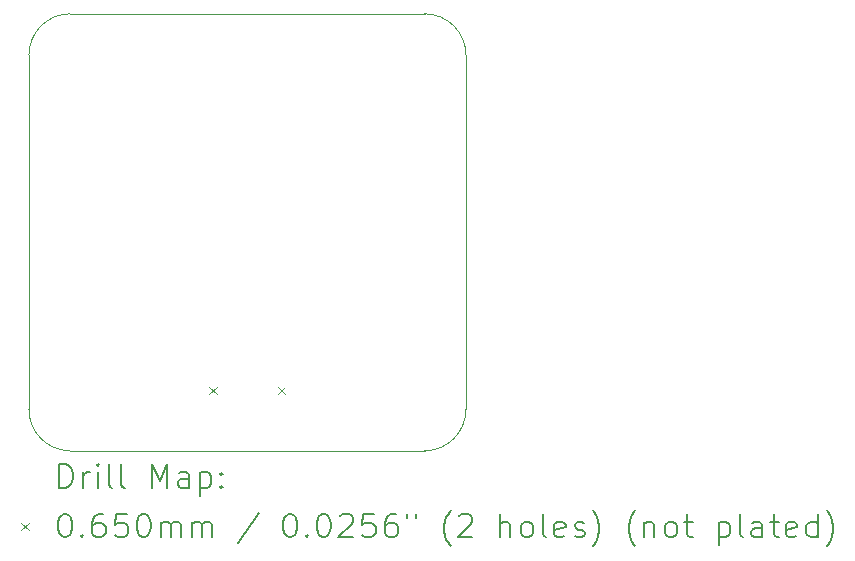
<source format=gbr>
%TF.GenerationSoftware,KiCad,Pcbnew,9.0.1*%
%TF.CreationDate,2025-04-30T23:29:38-04:00*%
%TF.ProjectId,Control Board V2,436f6e74-726f-46c2-9042-6f6172642056,rev?*%
%TF.SameCoordinates,Original*%
%TF.FileFunction,Drillmap*%
%TF.FilePolarity,Positive*%
%FSLAX45Y45*%
G04 Gerber Fmt 4.5, Leading zero omitted, Abs format (unit mm)*
G04 Created by KiCad (PCBNEW 9.0.1) date 2025-04-30 23:29:38*
%MOMM*%
%LPD*%
G01*
G04 APERTURE LIST*
%ADD10C,0.050000*%
%ADD11C,0.200000*%
%ADD12C,0.100000*%
G04 APERTURE END LIST*
D10*
X6000000Y-13050000D02*
X9000000Y-13050000D01*
X5650000Y-9700000D02*
G75*
G02*
X6000000Y-9350000I350000J0D01*
G01*
X9000000Y-9350000D02*
G75*
G02*
X9350000Y-9700000I0J-350000D01*
G01*
X6000000Y-9350000D02*
X9000000Y-9350000D01*
X9350000Y-12700000D02*
X9350000Y-9700000D01*
X9350000Y-12700000D02*
G75*
G02*
X9000000Y-13050000I-350000J0D01*
G01*
X5650000Y-9700000D02*
X5650000Y-12700000D01*
X6000000Y-13050000D02*
G75*
G02*
X5650000Y-12700000I0J350000D01*
G01*
D11*
D12*
X7178500Y-12507000D02*
X7243500Y-12572000D01*
X7243500Y-12507000D02*
X7178500Y-12572000D01*
X7756500Y-12507000D02*
X7821500Y-12572000D01*
X7821500Y-12507000D02*
X7756500Y-12572000D01*
D11*
X5908277Y-13363984D02*
X5908277Y-13163984D01*
X5908277Y-13163984D02*
X5955896Y-13163984D01*
X5955896Y-13163984D02*
X5984467Y-13173508D01*
X5984467Y-13173508D02*
X6003515Y-13192555D01*
X6003515Y-13192555D02*
X6013039Y-13211603D01*
X6013039Y-13211603D02*
X6022562Y-13249698D01*
X6022562Y-13249698D02*
X6022562Y-13278269D01*
X6022562Y-13278269D02*
X6013039Y-13316365D01*
X6013039Y-13316365D02*
X6003515Y-13335412D01*
X6003515Y-13335412D02*
X5984467Y-13354460D01*
X5984467Y-13354460D02*
X5955896Y-13363984D01*
X5955896Y-13363984D02*
X5908277Y-13363984D01*
X6108277Y-13363984D02*
X6108277Y-13230650D01*
X6108277Y-13268746D02*
X6117801Y-13249698D01*
X6117801Y-13249698D02*
X6127324Y-13240174D01*
X6127324Y-13240174D02*
X6146372Y-13230650D01*
X6146372Y-13230650D02*
X6165420Y-13230650D01*
X6232086Y-13363984D02*
X6232086Y-13230650D01*
X6232086Y-13163984D02*
X6222562Y-13173508D01*
X6222562Y-13173508D02*
X6232086Y-13183031D01*
X6232086Y-13183031D02*
X6241610Y-13173508D01*
X6241610Y-13173508D02*
X6232086Y-13163984D01*
X6232086Y-13163984D02*
X6232086Y-13183031D01*
X6355896Y-13363984D02*
X6336848Y-13354460D01*
X6336848Y-13354460D02*
X6327324Y-13335412D01*
X6327324Y-13335412D02*
X6327324Y-13163984D01*
X6460658Y-13363984D02*
X6441610Y-13354460D01*
X6441610Y-13354460D02*
X6432086Y-13335412D01*
X6432086Y-13335412D02*
X6432086Y-13163984D01*
X6689229Y-13363984D02*
X6689229Y-13163984D01*
X6689229Y-13163984D02*
X6755896Y-13306841D01*
X6755896Y-13306841D02*
X6822562Y-13163984D01*
X6822562Y-13163984D02*
X6822562Y-13363984D01*
X7003515Y-13363984D02*
X7003515Y-13259222D01*
X7003515Y-13259222D02*
X6993991Y-13240174D01*
X6993991Y-13240174D02*
X6974943Y-13230650D01*
X6974943Y-13230650D02*
X6936848Y-13230650D01*
X6936848Y-13230650D02*
X6917801Y-13240174D01*
X7003515Y-13354460D02*
X6984467Y-13363984D01*
X6984467Y-13363984D02*
X6936848Y-13363984D01*
X6936848Y-13363984D02*
X6917801Y-13354460D01*
X6917801Y-13354460D02*
X6908277Y-13335412D01*
X6908277Y-13335412D02*
X6908277Y-13316365D01*
X6908277Y-13316365D02*
X6917801Y-13297317D01*
X6917801Y-13297317D02*
X6936848Y-13287793D01*
X6936848Y-13287793D02*
X6984467Y-13287793D01*
X6984467Y-13287793D02*
X7003515Y-13278269D01*
X7098753Y-13230650D02*
X7098753Y-13430650D01*
X7098753Y-13240174D02*
X7117801Y-13230650D01*
X7117801Y-13230650D02*
X7155896Y-13230650D01*
X7155896Y-13230650D02*
X7174943Y-13240174D01*
X7174943Y-13240174D02*
X7184467Y-13249698D01*
X7184467Y-13249698D02*
X7193991Y-13268746D01*
X7193991Y-13268746D02*
X7193991Y-13325888D01*
X7193991Y-13325888D02*
X7184467Y-13344936D01*
X7184467Y-13344936D02*
X7174943Y-13354460D01*
X7174943Y-13354460D02*
X7155896Y-13363984D01*
X7155896Y-13363984D02*
X7117801Y-13363984D01*
X7117801Y-13363984D02*
X7098753Y-13354460D01*
X7279705Y-13344936D02*
X7289229Y-13354460D01*
X7289229Y-13354460D02*
X7279705Y-13363984D01*
X7279705Y-13363984D02*
X7270182Y-13354460D01*
X7270182Y-13354460D02*
X7279705Y-13344936D01*
X7279705Y-13344936D02*
X7279705Y-13363984D01*
X7279705Y-13240174D02*
X7289229Y-13249698D01*
X7289229Y-13249698D02*
X7279705Y-13259222D01*
X7279705Y-13259222D02*
X7270182Y-13249698D01*
X7270182Y-13249698D02*
X7279705Y-13240174D01*
X7279705Y-13240174D02*
X7279705Y-13259222D01*
D12*
X5582500Y-13660000D02*
X5647500Y-13725000D01*
X5647500Y-13660000D02*
X5582500Y-13725000D01*
D11*
X5946372Y-13583984D02*
X5965420Y-13583984D01*
X5965420Y-13583984D02*
X5984467Y-13593508D01*
X5984467Y-13593508D02*
X5993991Y-13603031D01*
X5993991Y-13603031D02*
X6003515Y-13622079D01*
X6003515Y-13622079D02*
X6013039Y-13660174D01*
X6013039Y-13660174D02*
X6013039Y-13707793D01*
X6013039Y-13707793D02*
X6003515Y-13745888D01*
X6003515Y-13745888D02*
X5993991Y-13764936D01*
X5993991Y-13764936D02*
X5984467Y-13774460D01*
X5984467Y-13774460D02*
X5965420Y-13783984D01*
X5965420Y-13783984D02*
X5946372Y-13783984D01*
X5946372Y-13783984D02*
X5927324Y-13774460D01*
X5927324Y-13774460D02*
X5917801Y-13764936D01*
X5917801Y-13764936D02*
X5908277Y-13745888D01*
X5908277Y-13745888D02*
X5898753Y-13707793D01*
X5898753Y-13707793D02*
X5898753Y-13660174D01*
X5898753Y-13660174D02*
X5908277Y-13622079D01*
X5908277Y-13622079D02*
X5917801Y-13603031D01*
X5917801Y-13603031D02*
X5927324Y-13593508D01*
X5927324Y-13593508D02*
X5946372Y-13583984D01*
X6098753Y-13764936D02*
X6108277Y-13774460D01*
X6108277Y-13774460D02*
X6098753Y-13783984D01*
X6098753Y-13783984D02*
X6089229Y-13774460D01*
X6089229Y-13774460D02*
X6098753Y-13764936D01*
X6098753Y-13764936D02*
X6098753Y-13783984D01*
X6279705Y-13583984D02*
X6241610Y-13583984D01*
X6241610Y-13583984D02*
X6222562Y-13593508D01*
X6222562Y-13593508D02*
X6213039Y-13603031D01*
X6213039Y-13603031D02*
X6193991Y-13631603D01*
X6193991Y-13631603D02*
X6184467Y-13669698D01*
X6184467Y-13669698D02*
X6184467Y-13745888D01*
X6184467Y-13745888D02*
X6193991Y-13764936D01*
X6193991Y-13764936D02*
X6203515Y-13774460D01*
X6203515Y-13774460D02*
X6222562Y-13783984D01*
X6222562Y-13783984D02*
X6260658Y-13783984D01*
X6260658Y-13783984D02*
X6279705Y-13774460D01*
X6279705Y-13774460D02*
X6289229Y-13764936D01*
X6289229Y-13764936D02*
X6298753Y-13745888D01*
X6298753Y-13745888D02*
X6298753Y-13698269D01*
X6298753Y-13698269D02*
X6289229Y-13679222D01*
X6289229Y-13679222D02*
X6279705Y-13669698D01*
X6279705Y-13669698D02*
X6260658Y-13660174D01*
X6260658Y-13660174D02*
X6222562Y-13660174D01*
X6222562Y-13660174D02*
X6203515Y-13669698D01*
X6203515Y-13669698D02*
X6193991Y-13679222D01*
X6193991Y-13679222D02*
X6184467Y-13698269D01*
X6479705Y-13583984D02*
X6384467Y-13583984D01*
X6384467Y-13583984D02*
X6374943Y-13679222D01*
X6374943Y-13679222D02*
X6384467Y-13669698D01*
X6384467Y-13669698D02*
X6403515Y-13660174D01*
X6403515Y-13660174D02*
X6451134Y-13660174D01*
X6451134Y-13660174D02*
X6470182Y-13669698D01*
X6470182Y-13669698D02*
X6479705Y-13679222D01*
X6479705Y-13679222D02*
X6489229Y-13698269D01*
X6489229Y-13698269D02*
X6489229Y-13745888D01*
X6489229Y-13745888D02*
X6479705Y-13764936D01*
X6479705Y-13764936D02*
X6470182Y-13774460D01*
X6470182Y-13774460D02*
X6451134Y-13783984D01*
X6451134Y-13783984D02*
X6403515Y-13783984D01*
X6403515Y-13783984D02*
X6384467Y-13774460D01*
X6384467Y-13774460D02*
X6374943Y-13764936D01*
X6613039Y-13583984D02*
X6632086Y-13583984D01*
X6632086Y-13583984D02*
X6651134Y-13593508D01*
X6651134Y-13593508D02*
X6660658Y-13603031D01*
X6660658Y-13603031D02*
X6670182Y-13622079D01*
X6670182Y-13622079D02*
X6679705Y-13660174D01*
X6679705Y-13660174D02*
X6679705Y-13707793D01*
X6679705Y-13707793D02*
X6670182Y-13745888D01*
X6670182Y-13745888D02*
X6660658Y-13764936D01*
X6660658Y-13764936D02*
X6651134Y-13774460D01*
X6651134Y-13774460D02*
X6632086Y-13783984D01*
X6632086Y-13783984D02*
X6613039Y-13783984D01*
X6613039Y-13783984D02*
X6593991Y-13774460D01*
X6593991Y-13774460D02*
X6584467Y-13764936D01*
X6584467Y-13764936D02*
X6574943Y-13745888D01*
X6574943Y-13745888D02*
X6565420Y-13707793D01*
X6565420Y-13707793D02*
X6565420Y-13660174D01*
X6565420Y-13660174D02*
X6574943Y-13622079D01*
X6574943Y-13622079D02*
X6584467Y-13603031D01*
X6584467Y-13603031D02*
X6593991Y-13593508D01*
X6593991Y-13593508D02*
X6613039Y-13583984D01*
X6765420Y-13783984D02*
X6765420Y-13650650D01*
X6765420Y-13669698D02*
X6774943Y-13660174D01*
X6774943Y-13660174D02*
X6793991Y-13650650D01*
X6793991Y-13650650D02*
X6822563Y-13650650D01*
X6822563Y-13650650D02*
X6841610Y-13660174D01*
X6841610Y-13660174D02*
X6851134Y-13679222D01*
X6851134Y-13679222D02*
X6851134Y-13783984D01*
X6851134Y-13679222D02*
X6860658Y-13660174D01*
X6860658Y-13660174D02*
X6879705Y-13650650D01*
X6879705Y-13650650D02*
X6908277Y-13650650D01*
X6908277Y-13650650D02*
X6927324Y-13660174D01*
X6927324Y-13660174D02*
X6936848Y-13679222D01*
X6936848Y-13679222D02*
X6936848Y-13783984D01*
X7032086Y-13783984D02*
X7032086Y-13650650D01*
X7032086Y-13669698D02*
X7041610Y-13660174D01*
X7041610Y-13660174D02*
X7060658Y-13650650D01*
X7060658Y-13650650D02*
X7089229Y-13650650D01*
X7089229Y-13650650D02*
X7108277Y-13660174D01*
X7108277Y-13660174D02*
X7117801Y-13679222D01*
X7117801Y-13679222D02*
X7117801Y-13783984D01*
X7117801Y-13679222D02*
X7127324Y-13660174D01*
X7127324Y-13660174D02*
X7146372Y-13650650D01*
X7146372Y-13650650D02*
X7174943Y-13650650D01*
X7174943Y-13650650D02*
X7193991Y-13660174D01*
X7193991Y-13660174D02*
X7203515Y-13679222D01*
X7203515Y-13679222D02*
X7203515Y-13783984D01*
X7593991Y-13574460D02*
X7422563Y-13831603D01*
X7851134Y-13583984D02*
X7870182Y-13583984D01*
X7870182Y-13583984D02*
X7889229Y-13593508D01*
X7889229Y-13593508D02*
X7898753Y-13603031D01*
X7898753Y-13603031D02*
X7908277Y-13622079D01*
X7908277Y-13622079D02*
X7917801Y-13660174D01*
X7917801Y-13660174D02*
X7917801Y-13707793D01*
X7917801Y-13707793D02*
X7908277Y-13745888D01*
X7908277Y-13745888D02*
X7898753Y-13764936D01*
X7898753Y-13764936D02*
X7889229Y-13774460D01*
X7889229Y-13774460D02*
X7870182Y-13783984D01*
X7870182Y-13783984D02*
X7851134Y-13783984D01*
X7851134Y-13783984D02*
X7832086Y-13774460D01*
X7832086Y-13774460D02*
X7822563Y-13764936D01*
X7822563Y-13764936D02*
X7813039Y-13745888D01*
X7813039Y-13745888D02*
X7803515Y-13707793D01*
X7803515Y-13707793D02*
X7803515Y-13660174D01*
X7803515Y-13660174D02*
X7813039Y-13622079D01*
X7813039Y-13622079D02*
X7822563Y-13603031D01*
X7822563Y-13603031D02*
X7832086Y-13593508D01*
X7832086Y-13593508D02*
X7851134Y-13583984D01*
X8003515Y-13764936D02*
X8013039Y-13774460D01*
X8013039Y-13774460D02*
X8003515Y-13783984D01*
X8003515Y-13783984D02*
X7993991Y-13774460D01*
X7993991Y-13774460D02*
X8003515Y-13764936D01*
X8003515Y-13764936D02*
X8003515Y-13783984D01*
X8136848Y-13583984D02*
X8155896Y-13583984D01*
X8155896Y-13583984D02*
X8174944Y-13593508D01*
X8174944Y-13593508D02*
X8184467Y-13603031D01*
X8184467Y-13603031D02*
X8193991Y-13622079D01*
X8193991Y-13622079D02*
X8203515Y-13660174D01*
X8203515Y-13660174D02*
X8203515Y-13707793D01*
X8203515Y-13707793D02*
X8193991Y-13745888D01*
X8193991Y-13745888D02*
X8184467Y-13764936D01*
X8184467Y-13764936D02*
X8174944Y-13774460D01*
X8174944Y-13774460D02*
X8155896Y-13783984D01*
X8155896Y-13783984D02*
X8136848Y-13783984D01*
X8136848Y-13783984D02*
X8117801Y-13774460D01*
X8117801Y-13774460D02*
X8108277Y-13764936D01*
X8108277Y-13764936D02*
X8098753Y-13745888D01*
X8098753Y-13745888D02*
X8089229Y-13707793D01*
X8089229Y-13707793D02*
X8089229Y-13660174D01*
X8089229Y-13660174D02*
X8098753Y-13622079D01*
X8098753Y-13622079D02*
X8108277Y-13603031D01*
X8108277Y-13603031D02*
X8117801Y-13593508D01*
X8117801Y-13593508D02*
X8136848Y-13583984D01*
X8279706Y-13603031D02*
X8289229Y-13593508D01*
X8289229Y-13593508D02*
X8308277Y-13583984D01*
X8308277Y-13583984D02*
X8355896Y-13583984D01*
X8355896Y-13583984D02*
X8374944Y-13593508D01*
X8374944Y-13593508D02*
X8384467Y-13603031D01*
X8384467Y-13603031D02*
X8393991Y-13622079D01*
X8393991Y-13622079D02*
X8393991Y-13641127D01*
X8393991Y-13641127D02*
X8384467Y-13669698D01*
X8384467Y-13669698D02*
X8270182Y-13783984D01*
X8270182Y-13783984D02*
X8393991Y-13783984D01*
X8574944Y-13583984D02*
X8479706Y-13583984D01*
X8479706Y-13583984D02*
X8470182Y-13679222D01*
X8470182Y-13679222D02*
X8479706Y-13669698D01*
X8479706Y-13669698D02*
X8498753Y-13660174D01*
X8498753Y-13660174D02*
X8546372Y-13660174D01*
X8546372Y-13660174D02*
X8565420Y-13669698D01*
X8565420Y-13669698D02*
X8574944Y-13679222D01*
X8574944Y-13679222D02*
X8584468Y-13698269D01*
X8584468Y-13698269D02*
X8584468Y-13745888D01*
X8584468Y-13745888D02*
X8574944Y-13764936D01*
X8574944Y-13764936D02*
X8565420Y-13774460D01*
X8565420Y-13774460D02*
X8546372Y-13783984D01*
X8546372Y-13783984D02*
X8498753Y-13783984D01*
X8498753Y-13783984D02*
X8479706Y-13774460D01*
X8479706Y-13774460D02*
X8470182Y-13764936D01*
X8755896Y-13583984D02*
X8717801Y-13583984D01*
X8717801Y-13583984D02*
X8698753Y-13593508D01*
X8698753Y-13593508D02*
X8689229Y-13603031D01*
X8689229Y-13603031D02*
X8670182Y-13631603D01*
X8670182Y-13631603D02*
X8660658Y-13669698D01*
X8660658Y-13669698D02*
X8660658Y-13745888D01*
X8660658Y-13745888D02*
X8670182Y-13764936D01*
X8670182Y-13764936D02*
X8679706Y-13774460D01*
X8679706Y-13774460D02*
X8698753Y-13783984D01*
X8698753Y-13783984D02*
X8736849Y-13783984D01*
X8736849Y-13783984D02*
X8755896Y-13774460D01*
X8755896Y-13774460D02*
X8765420Y-13764936D01*
X8765420Y-13764936D02*
X8774944Y-13745888D01*
X8774944Y-13745888D02*
X8774944Y-13698269D01*
X8774944Y-13698269D02*
X8765420Y-13679222D01*
X8765420Y-13679222D02*
X8755896Y-13669698D01*
X8755896Y-13669698D02*
X8736849Y-13660174D01*
X8736849Y-13660174D02*
X8698753Y-13660174D01*
X8698753Y-13660174D02*
X8679706Y-13669698D01*
X8679706Y-13669698D02*
X8670182Y-13679222D01*
X8670182Y-13679222D02*
X8660658Y-13698269D01*
X8851134Y-13583984D02*
X8851134Y-13622079D01*
X8927325Y-13583984D02*
X8927325Y-13622079D01*
X9222563Y-13860174D02*
X9213039Y-13850650D01*
X9213039Y-13850650D02*
X9193991Y-13822079D01*
X9193991Y-13822079D02*
X9184468Y-13803031D01*
X9184468Y-13803031D02*
X9174944Y-13774460D01*
X9174944Y-13774460D02*
X9165420Y-13726841D01*
X9165420Y-13726841D02*
X9165420Y-13688746D01*
X9165420Y-13688746D02*
X9174944Y-13641127D01*
X9174944Y-13641127D02*
X9184468Y-13612555D01*
X9184468Y-13612555D02*
X9193991Y-13593508D01*
X9193991Y-13593508D02*
X9213039Y-13564936D01*
X9213039Y-13564936D02*
X9222563Y-13555412D01*
X9289230Y-13603031D02*
X9298753Y-13593508D01*
X9298753Y-13593508D02*
X9317801Y-13583984D01*
X9317801Y-13583984D02*
X9365420Y-13583984D01*
X9365420Y-13583984D02*
X9384468Y-13593508D01*
X9384468Y-13593508D02*
X9393991Y-13603031D01*
X9393991Y-13603031D02*
X9403515Y-13622079D01*
X9403515Y-13622079D02*
X9403515Y-13641127D01*
X9403515Y-13641127D02*
X9393991Y-13669698D01*
X9393991Y-13669698D02*
X9279706Y-13783984D01*
X9279706Y-13783984D02*
X9403515Y-13783984D01*
X9641611Y-13783984D02*
X9641611Y-13583984D01*
X9727325Y-13783984D02*
X9727325Y-13679222D01*
X9727325Y-13679222D02*
X9717801Y-13660174D01*
X9717801Y-13660174D02*
X9698753Y-13650650D01*
X9698753Y-13650650D02*
X9670182Y-13650650D01*
X9670182Y-13650650D02*
X9651134Y-13660174D01*
X9651134Y-13660174D02*
X9641611Y-13669698D01*
X9851134Y-13783984D02*
X9832087Y-13774460D01*
X9832087Y-13774460D02*
X9822563Y-13764936D01*
X9822563Y-13764936D02*
X9813039Y-13745888D01*
X9813039Y-13745888D02*
X9813039Y-13688746D01*
X9813039Y-13688746D02*
X9822563Y-13669698D01*
X9822563Y-13669698D02*
X9832087Y-13660174D01*
X9832087Y-13660174D02*
X9851134Y-13650650D01*
X9851134Y-13650650D02*
X9879706Y-13650650D01*
X9879706Y-13650650D02*
X9898753Y-13660174D01*
X9898753Y-13660174D02*
X9908277Y-13669698D01*
X9908277Y-13669698D02*
X9917801Y-13688746D01*
X9917801Y-13688746D02*
X9917801Y-13745888D01*
X9917801Y-13745888D02*
X9908277Y-13764936D01*
X9908277Y-13764936D02*
X9898753Y-13774460D01*
X9898753Y-13774460D02*
X9879706Y-13783984D01*
X9879706Y-13783984D02*
X9851134Y-13783984D01*
X10032087Y-13783984D02*
X10013039Y-13774460D01*
X10013039Y-13774460D02*
X10003515Y-13755412D01*
X10003515Y-13755412D02*
X10003515Y-13583984D01*
X10184468Y-13774460D02*
X10165420Y-13783984D01*
X10165420Y-13783984D02*
X10127325Y-13783984D01*
X10127325Y-13783984D02*
X10108277Y-13774460D01*
X10108277Y-13774460D02*
X10098753Y-13755412D01*
X10098753Y-13755412D02*
X10098753Y-13679222D01*
X10098753Y-13679222D02*
X10108277Y-13660174D01*
X10108277Y-13660174D02*
X10127325Y-13650650D01*
X10127325Y-13650650D02*
X10165420Y-13650650D01*
X10165420Y-13650650D02*
X10184468Y-13660174D01*
X10184468Y-13660174D02*
X10193992Y-13679222D01*
X10193992Y-13679222D02*
X10193992Y-13698269D01*
X10193992Y-13698269D02*
X10098753Y-13717317D01*
X10270182Y-13774460D02*
X10289230Y-13783984D01*
X10289230Y-13783984D02*
X10327325Y-13783984D01*
X10327325Y-13783984D02*
X10346373Y-13774460D01*
X10346373Y-13774460D02*
X10355896Y-13755412D01*
X10355896Y-13755412D02*
X10355896Y-13745888D01*
X10355896Y-13745888D02*
X10346373Y-13726841D01*
X10346373Y-13726841D02*
X10327325Y-13717317D01*
X10327325Y-13717317D02*
X10298753Y-13717317D01*
X10298753Y-13717317D02*
X10279706Y-13707793D01*
X10279706Y-13707793D02*
X10270182Y-13688746D01*
X10270182Y-13688746D02*
X10270182Y-13679222D01*
X10270182Y-13679222D02*
X10279706Y-13660174D01*
X10279706Y-13660174D02*
X10298753Y-13650650D01*
X10298753Y-13650650D02*
X10327325Y-13650650D01*
X10327325Y-13650650D02*
X10346373Y-13660174D01*
X10422563Y-13860174D02*
X10432087Y-13850650D01*
X10432087Y-13850650D02*
X10451134Y-13822079D01*
X10451134Y-13822079D02*
X10460658Y-13803031D01*
X10460658Y-13803031D02*
X10470182Y-13774460D01*
X10470182Y-13774460D02*
X10479706Y-13726841D01*
X10479706Y-13726841D02*
X10479706Y-13688746D01*
X10479706Y-13688746D02*
X10470182Y-13641127D01*
X10470182Y-13641127D02*
X10460658Y-13612555D01*
X10460658Y-13612555D02*
X10451134Y-13593508D01*
X10451134Y-13593508D02*
X10432087Y-13564936D01*
X10432087Y-13564936D02*
X10422563Y-13555412D01*
X10784468Y-13860174D02*
X10774944Y-13850650D01*
X10774944Y-13850650D02*
X10755896Y-13822079D01*
X10755896Y-13822079D02*
X10746373Y-13803031D01*
X10746373Y-13803031D02*
X10736849Y-13774460D01*
X10736849Y-13774460D02*
X10727325Y-13726841D01*
X10727325Y-13726841D02*
X10727325Y-13688746D01*
X10727325Y-13688746D02*
X10736849Y-13641127D01*
X10736849Y-13641127D02*
X10746373Y-13612555D01*
X10746373Y-13612555D02*
X10755896Y-13593508D01*
X10755896Y-13593508D02*
X10774944Y-13564936D01*
X10774944Y-13564936D02*
X10784468Y-13555412D01*
X10860658Y-13650650D02*
X10860658Y-13783984D01*
X10860658Y-13669698D02*
X10870182Y-13660174D01*
X10870182Y-13660174D02*
X10889230Y-13650650D01*
X10889230Y-13650650D02*
X10917801Y-13650650D01*
X10917801Y-13650650D02*
X10936849Y-13660174D01*
X10936849Y-13660174D02*
X10946373Y-13679222D01*
X10946373Y-13679222D02*
X10946373Y-13783984D01*
X11070182Y-13783984D02*
X11051134Y-13774460D01*
X11051134Y-13774460D02*
X11041611Y-13764936D01*
X11041611Y-13764936D02*
X11032087Y-13745888D01*
X11032087Y-13745888D02*
X11032087Y-13688746D01*
X11032087Y-13688746D02*
X11041611Y-13669698D01*
X11041611Y-13669698D02*
X11051134Y-13660174D01*
X11051134Y-13660174D02*
X11070182Y-13650650D01*
X11070182Y-13650650D02*
X11098754Y-13650650D01*
X11098754Y-13650650D02*
X11117801Y-13660174D01*
X11117801Y-13660174D02*
X11127325Y-13669698D01*
X11127325Y-13669698D02*
X11136849Y-13688746D01*
X11136849Y-13688746D02*
X11136849Y-13745888D01*
X11136849Y-13745888D02*
X11127325Y-13764936D01*
X11127325Y-13764936D02*
X11117801Y-13774460D01*
X11117801Y-13774460D02*
X11098754Y-13783984D01*
X11098754Y-13783984D02*
X11070182Y-13783984D01*
X11193992Y-13650650D02*
X11270182Y-13650650D01*
X11222563Y-13583984D02*
X11222563Y-13755412D01*
X11222563Y-13755412D02*
X11232087Y-13774460D01*
X11232087Y-13774460D02*
X11251134Y-13783984D01*
X11251134Y-13783984D02*
X11270182Y-13783984D01*
X11489230Y-13650650D02*
X11489230Y-13850650D01*
X11489230Y-13660174D02*
X11508277Y-13650650D01*
X11508277Y-13650650D02*
X11546373Y-13650650D01*
X11546373Y-13650650D02*
X11565420Y-13660174D01*
X11565420Y-13660174D02*
X11574944Y-13669698D01*
X11574944Y-13669698D02*
X11584468Y-13688746D01*
X11584468Y-13688746D02*
X11584468Y-13745888D01*
X11584468Y-13745888D02*
X11574944Y-13764936D01*
X11574944Y-13764936D02*
X11565420Y-13774460D01*
X11565420Y-13774460D02*
X11546373Y-13783984D01*
X11546373Y-13783984D02*
X11508277Y-13783984D01*
X11508277Y-13783984D02*
X11489230Y-13774460D01*
X11698753Y-13783984D02*
X11679706Y-13774460D01*
X11679706Y-13774460D02*
X11670182Y-13755412D01*
X11670182Y-13755412D02*
X11670182Y-13583984D01*
X11860658Y-13783984D02*
X11860658Y-13679222D01*
X11860658Y-13679222D02*
X11851134Y-13660174D01*
X11851134Y-13660174D02*
X11832087Y-13650650D01*
X11832087Y-13650650D02*
X11793992Y-13650650D01*
X11793992Y-13650650D02*
X11774944Y-13660174D01*
X11860658Y-13774460D02*
X11841611Y-13783984D01*
X11841611Y-13783984D02*
X11793992Y-13783984D01*
X11793992Y-13783984D02*
X11774944Y-13774460D01*
X11774944Y-13774460D02*
X11765420Y-13755412D01*
X11765420Y-13755412D02*
X11765420Y-13736365D01*
X11765420Y-13736365D02*
X11774944Y-13717317D01*
X11774944Y-13717317D02*
X11793992Y-13707793D01*
X11793992Y-13707793D02*
X11841611Y-13707793D01*
X11841611Y-13707793D02*
X11860658Y-13698269D01*
X11927325Y-13650650D02*
X12003515Y-13650650D01*
X11955896Y-13583984D02*
X11955896Y-13755412D01*
X11955896Y-13755412D02*
X11965420Y-13774460D01*
X11965420Y-13774460D02*
X11984468Y-13783984D01*
X11984468Y-13783984D02*
X12003515Y-13783984D01*
X12146373Y-13774460D02*
X12127325Y-13783984D01*
X12127325Y-13783984D02*
X12089230Y-13783984D01*
X12089230Y-13783984D02*
X12070182Y-13774460D01*
X12070182Y-13774460D02*
X12060658Y-13755412D01*
X12060658Y-13755412D02*
X12060658Y-13679222D01*
X12060658Y-13679222D02*
X12070182Y-13660174D01*
X12070182Y-13660174D02*
X12089230Y-13650650D01*
X12089230Y-13650650D02*
X12127325Y-13650650D01*
X12127325Y-13650650D02*
X12146373Y-13660174D01*
X12146373Y-13660174D02*
X12155896Y-13679222D01*
X12155896Y-13679222D02*
X12155896Y-13698269D01*
X12155896Y-13698269D02*
X12060658Y-13717317D01*
X12327325Y-13783984D02*
X12327325Y-13583984D01*
X12327325Y-13774460D02*
X12308277Y-13783984D01*
X12308277Y-13783984D02*
X12270182Y-13783984D01*
X12270182Y-13783984D02*
X12251134Y-13774460D01*
X12251134Y-13774460D02*
X12241611Y-13764936D01*
X12241611Y-13764936D02*
X12232087Y-13745888D01*
X12232087Y-13745888D02*
X12232087Y-13688746D01*
X12232087Y-13688746D02*
X12241611Y-13669698D01*
X12241611Y-13669698D02*
X12251134Y-13660174D01*
X12251134Y-13660174D02*
X12270182Y-13650650D01*
X12270182Y-13650650D02*
X12308277Y-13650650D01*
X12308277Y-13650650D02*
X12327325Y-13660174D01*
X12403515Y-13860174D02*
X12413039Y-13850650D01*
X12413039Y-13850650D02*
X12432087Y-13822079D01*
X12432087Y-13822079D02*
X12441611Y-13803031D01*
X12441611Y-13803031D02*
X12451134Y-13774460D01*
X12451134Y-13774460D02*
X12460658Y-13726841D01*
X12460658Y-13726841D02*
X12460658Y-13688746D01*
X12460658Y-13688746D02*
X12451134Y-13641127D01*
X12451134Y-13641127D02*
X12441611Y-13612555D01*
X12441611Y-13612555D02*
X12432087Y-13593508D01*
X12432087Y-13593508D02*
X12413039Y-13564936D01*
X12413039Y-13564936D02*
X12403515Y-13555412D01*
M02*

</source>
